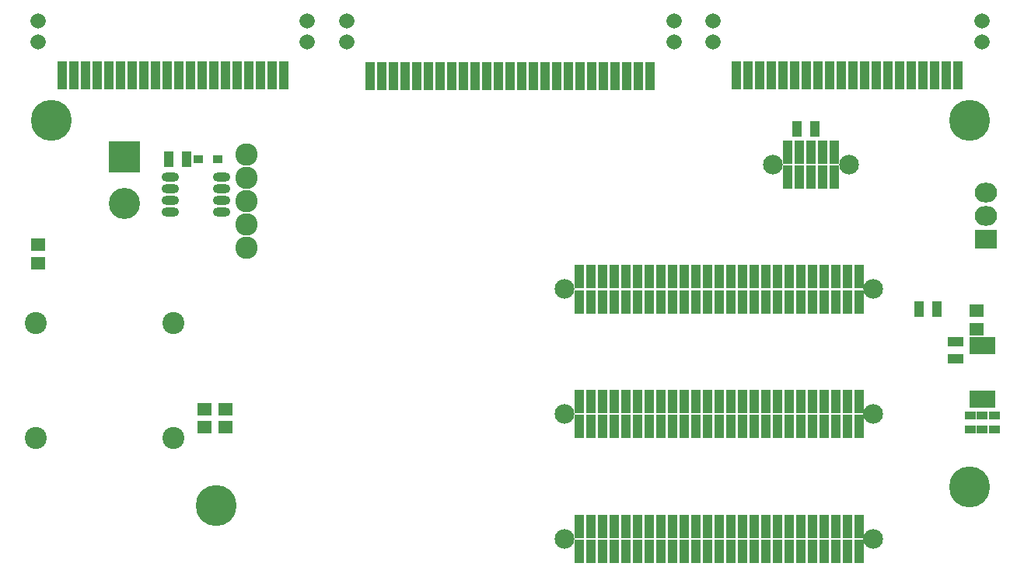
<source format=gbr>
G04 #@! TF.FileFunction,Soldermask,Top*
%FSLAX46Y46*%
G04 Gerber Fmt 4.6, Leading zero omitted, Abs format (unit mm)*
G04 Created by KiCad (PCBNEW 4.0.6) date 09/19/17 09:44:05*
%MOMM*%
%LPD*%
G01*
G04 APERTURE LIST*
%ADD10C,0.100000*%
%ADD11C,2.400000*%
%ADD12R,2.432000X2.127200*%
%ADD13O,2.432000X2.127200*%
%ADD14R,1.136600X1.543000*%
%ADD15C,1.670000*%
%ADD16R,3.400000X3.400000*%
%ADD17C,3.400000*%
%ADD18O,1.873200X1.009600*%
%ADD19R,1.100000X1.700000*%
%ADD20R,1.650000X1.400000*%
%ADD21C,2.432000*%
%ADD22C,4.464000*%
%ADD23R,1.136600X2.619960*%
%ADD24C,2.150000*%
%ADD25R,1.000000X0.850000*%
%ADD26R,1.700000X1.100000*%
%ADD27R,0.850000X1.850000*%
%ADD28R,1.300000X0.900000*%
G04 APERTURE END LIST*
D10*
D11*
X63300000Y-78650000D03*
X63300000Y-66150000D03*
X48300000Y-78650000D03*
X48300000Y-66150000D03*
D12*
X151800000Y-57000000D03*
D13*
X151800000Y-54460000D03*
X151800000Y-51920000D03*
D14*
X75336600Y-38342400D03*
X75336600Y-39866400D03*
X74066600Y-38342400D03*
X74066600Y-39866400D03*
X72796600Y-38342400D03*
X72796600Y-39866400D03*
X71526600Y-38342400D03*
X71526600Y-39866400D03*
X70256600Y-38342400D03*
X70256600Y-39866400D03*
X68986600Y-38342400D03*
X68986600Y-39866400D03*
X67716600Y-38342400D03*
X67716600Y-39866400D03*
X66446600Y-38342400D03*
X66446600Y-39866400D03*
X65176600Y-38342400D03*
X65176600Y-39866400D03*
X63906600Y-38342400D03*
X63906600Y-39866400D03*
X62636600Y-38342400D03*
X62636600Y-39866400D03*
X61366600Y-38342400D03*
X61366600Y-39866400D03*
X60096600Y-38342400D03*
X60096600Y-39866400D03*
X58826600Y-38342400D03*
X58826600Y-39866400D03*
X57556600Y-38342400D03*
X57556600Y-39866400D03*
X56286600Y-38342400D03*
X56286600Y-39866400D03*
X55016600Y-38342400D03*
X55016600Y-39866400D03*
X53746600Y-38342400D03*
X53746600Y-39866400D03*
X52476600Y-38342400D03*
X52476600Y-39866400D03*
X51206600Y-38342400D03*
X51206600Y-39866400D03*
D15*
X77927400Y-33237000D03*
X48615800Y-33237000D03*
X77927400Y-35497600D03*
X48615800Y-35497600D03*
D14*
X148793400Y-38342400D03*
X148793400Y-39866400D03*
X147523400Y-38342400D03*
X147523400Y-39866400D03*
X146253400Y-38342400D03*
X146253400Y-39866400D03*
X144983400Y-38342400D03*
X144983400Y-39866400D03*
X143713400Y-38342400D03*
X143713400Y-39866400D03*
X142443400Y-38342400D03*
X142443400Y-39866400D03*
X141173400Y-38342400D03*
X141173400Y-39866400D03*
X139903400Y-38342400D03*
X139903400Y-39866400D03*
X138633400Y-38342400D03*
X138633400Y-39866400D03*
X137363400Y-38342400D03*
X137363400Y-39866400D03*
X136093400Y-38342400D03*
X136093400Y-39866400D03*
X134823400Y-38342400D03*
X134823400Y-39866400D03*
X133553400Y-38342400D03*
X133553400Y-39866400D03*
X132283400Y-38342400D03*
X132283400Y-39866400D03*
X131013400Y-38342400D03*
X131013400Y-39866400D03*
X129743400Y-38342400D03*
X129743400Y-39866400D03*
X128473400Y-38342400D03*
X128473400Y-39866400D03*
X127203400Y-38342400D03*
X127203400Y-39866400D03*
X125933400Y-38342400D03*
X125933400Y-39866400D03*
X124663400Y-38342400D03*
X124663400Y-39866400D03*
D15*
X151384200Y-33237000D03*
X122072600Y-33237000D03*
X151384200Y-35497600D03*
X122072600Y-35497600D03*
D16*
X58000000Y-48000000D03*
D17*
X58000000Y-53080000D03*
D18*
X68594000Y-54005000D03*
X68594000Y-52735000D03*
X68594000Y-51465000D03*
X68594000Y-50195000D03*
X63006000Y-50195000D03*
X63006000Y-51465000D03*
X63006000Y-52735000D03*
X63006000Y-54005000D03*
D19*
X144550000Y-64600000D03*
X146450000Y-64600000D03*
X133150000Y-45000000D03*
X131250000Y-45000000D03*
D14*
X115240000Y-38469400D03*
X115240000Y-39993400D03*
X113970000Y-38469400D03*
X113970000Y-39993400D03*
X112700000Y-38469400D03*
X112700000Y-39993400D03*
X111430000Y-38469400D03*
X111430000Y-39993400D03*
X110160000Y-38469400D03*
X110160000Y-39993400D03*
X108890000Y-38469400D03*
X108890000Y-39993400D03*
X107620000Y-38469400D03*
X107620000Y-39993400D03*
X106350000Y-38469400D03*
X106350000Y-39993400D03*
X105080000Y-38469400D03*
X105080000Y-39993400D03*
X103810000Y-38469400D03*
X103810000Y-39993400D03*
X102540000Y-38469400D03*
X102540000Y-39993400D03*
X101270000Y-38469400D03*
X101270000Y-39993400D03*
X100000000Y-38469400D03*
X100000000Y-39993400D03*
X98730000Y-38469400D03*
X98730000Y-39993400D03*
X97460000Y-38469400D03*
X97460000Y-39993400D03*
X96190000Y-38469400D03*
X96190000Y-39993400D03*
X94920000Y-38469400D03*
X94920000Y-39993400D03*
X93650000Y-38469400D03*
X93650000Y-39993400D03*
X92380000Y-38469400D03*
X92380000Y-39993400D03*
X91110000Y-38469400D03*
X91110000Y-39993400D03*
X89840000Y-38469400D03*
X89840000Y-39993400D03*
X88570000Y-38469400D03*
X88570000Y-39993400D03*
X87300000Y-38469400D03*
X87300000Y-39993400D03*
X86030000Y-38469400D03*
X86030000Y-39993400D03*
X84760000Y-38469400D03*
X84760000Y-39993400D03*
D15*
X117830800Y-33237000D03*
X82169200Y-33237000D03*
X117830800Y-35497600D03*
X82169200Y-35497600D03*
D20*
X48600000Y-59600000D03*
X48600000Y-57600000D03*
X66700000Y-75500000D03*
X66700000Y-77500000D03*
X69000000Y-75500000D03*
X69000000Y-77500000D03*
D21*
X71270000Y-57930000D03*
X71270000Y-55390000D03*
X71270000Y-52850000D03*
X71270000Y-50310000D03*
X71270000Y-47770000D03*
D22*
X50000000Y-44000000D03*
X150000000Y-44000000D03*
X150000000Y-84000000D03*
X68000000Y-86000000D03*
D23*
X108768400Y-63812980D03*
X108768400Y-61085020D03*
X117658400Y-63812980D03*
X117658400Y-61085020D03*
X116388400Y-63812980D03*
X116388400Y-61085020D03*
X115118400Y-63812980D03*
X115118400Y-61085020D03*
X113848400Y-63812980D03*
X113848400Y-61085020D03*
X126548400Y-61085020D03*
X126548400Y-63812980D03*
X127818400Y-61085020D03*
X127818400Y-63812980D03*
X129088400Y-61085020D03*
X129088400Y-63812980D03*
X130358400Y-61085020D03*
X130358400Y-63812980D03*
X131628400Y-61085020D03*
X131628400Y-63812980D03*
X107498400Y-61085020D03*
X107498400Y-63812980D03*
X110038400Y-61085020D03*
X110038400Y-63812980D03*
X111308400Y-61085020D03*
X111308400Y-63812980D03*
X112578400Y-61085020D03*
X112578400Y-63812980D03*
X118928400Y-61085020D03*
X118928400Y-63812980D03*
X137978400Y-63812980D03*
X137978400Y-61085020D03*
X136708400Y-63812980D03*
X136708400Y-61085020D03*
X135438400Y-63812980D03*
X135438400Y-61085020D03*
X134168400Y-63812980D03*
X134168400Y-61085020D03*
X132898400Y-63812980D03*
X132898400Y-61085020D03*
X125278400Y-63812980D03*
X125278400Y-61085020D03*
X124008400Y-63812980D03*
X124008400Y-61085020D03*
X122738400Y-63812980D03*
X122738400Y-61085020D03*
X121468400Y-63812980D03*
X121468400Y-61085020D03*
X120198400Y-63812980D03*
X120198400Y-61085020D03*
D24*
X105910900Y-62449000D03*
X139565900Y-62449000D03*
D23*
X108768400Y-77412980D03*
X108768400Y-74685020D03*
X117658400Y-77412980D03*
X117658400Y-74685020D03*
X116388400Y-77412980D03*
X116388400Y-74685020D03*
X115118400Y-77412980D03*
X115118400Y-74685020D03*
X113848400Y-77412980D03*
X113848400Y-74685020D03*
X126548400Y-74685020D03*
X126548400Y-77412980D03*
X127818400Y-74685020D03*
X127818400Y-77412980D03*
X129088400Y-74685020D03*
X129088400Y-77412980D03*
X130358400Y-74685020D03*
X130358400Y-77412980D03*
X131628400Y-74685020D03*
X131628400Y-77412980D03*
X107498400Y-74685020D03*
X107498400Y-77412980D03*
X110038400Y-74685020D03*
X110038400Y-77412980D03*
X111308400Y-74685020D03*
X111308400Y-77412980D03*
X112578400Y-74685020D03*
X112578400Y-77412980D03*
X118928400Y-74685020D03*
X118928400Y-77412980D03*
X137978400Y-77412980D03*
X137978400Y-74685020D03*
X136708400Y-77412980D03*
X136708400Y-74685020D03*
X135438400Y-77412980D03*
X135438400Y-74685020D03*
X134168400Y-77412980D03*
X134168400Y-74685020D03*
X132898400Y-77412980D03*
X132898400Y-74685020D03*
X125278400Y-77412980D03*
X125278400Y-74685020D03*
X124008400Y-77412980D03*
X124008400Y-74685020D03*
X122738400Y-77412980D03*
X122738400Y-74685020D03*
X121468400Y-77412980D03*
X121468400Y-74685020D03*
X120198400Y-77412980D03*
X120198400Y-74685020D03*
D24*
X105910900Y-76049000D03*
X139565900Y-76049000D03*
D23*
X108768400Y-91012980D03*
X108768400Y-88285020D03*
X117658400Y-91012980D03*
X117658400Y-88285020D03*
X116388400Y-91012980D03*
X116388400Y-88285020D03*
X115118400Y-91012980D03*
X115118400Y-88285020D03*
X113848400Y-91012980D03*
X113848400Y-88285020D03*
X126548400Y-88285020D03*
X126548400Y-91012980D03*
X127818400Y-88285020D03*
X127818400Y-91012980D03*
X129088400Y-88285020D03*
X129088400Y-91012980D03*
X130358400Y-88285020D03*
X130358400Y-91012980D03*
X131628400Y-88285020D03*
X131628400Y-91012980D03*
X107498400Y-88285020D03*
X107498400Y-91012980D03*
X110038400Y-88285020D03*
X110038400Y-91012980D03*
X111308400Y-88285020D03*
X111308400Y-91012980D03*
X112578400Y-88285020D03*
X112578400Y-91012980D03*
X118928400Y-88285020D03*
X118928400Y-91012980D03*
X137978400Y-91012980D03*
X137978400Y-88285020D03*
X136708400Y-91012980D03*
X136708400Y-88285020D03*
X135438400Y-91012980D03*
X135438400Y-88285020D03*
X134168400Y-91012980D03*
X134168400Y-88285020D03*
X132898400Y-91012980D03*
X132898400Y-88285020D03*
X125278400Y-91012980D03*
X125278400Y-88285020D03*
X124008400Y-91012980D03*
X124008400Y-88285020D03*
X122738400Y-91012980D03*
X122738400Y-88285020D03*
X121468400Y-91012980D03*
X121468400Y-88285020D03*
X120198400Y-91012980D03*
X120198400Y-88285020D03*
D24*
X105910900Y-89649000D03*
X139565900Y-89649000D03*
D25*
X68150000Y-48300000D03*
X66050000Y-48300000D03*
D19*
X64750000Y-48300000D03*
X62850000Y-48300000D03*
D26*
X148500000Y-68150000D03*
X148500000Y-70050000D03*
D27*
X150425000Y-74450000D03*
X151075000Y-74450000D03*
X151725000Y-74450000D03*
X152375000Y-74450000D03*
X152375000Y-68550000D03*
X151725000Y-68550000D03*
X151075000Y-68550000D03*
X150425000Y-68550000D03*
D28*
X150100000Y-77750000D03*
X150100000Y-76250000D03*
X151400000Y-77750000D03*
X151400000Y-76250000D03*
X152700000Y-77750000D03*
X152700000Y-76250000D03*
D24*
X136865900Y-48849500D03*
D23*
X130198400Y-47485520D03*
X130198400Y-50213480D03*
X131468400Y-47485520D03*
X131468400Y-50213480D03*
X135278400Y-50213480D03*
X135278400Y-47485520D03*
X134008400Y-50213480D03*
X134008400Y-47485520D03*
X132738400Y-50213480D03*
X132738400Y-47485520D03*
D24*
X128610900Y-48849500D03*
D20*
X150800000Y-66800000D03*
X150800000Y-64800000D03*
M02*

</source>
